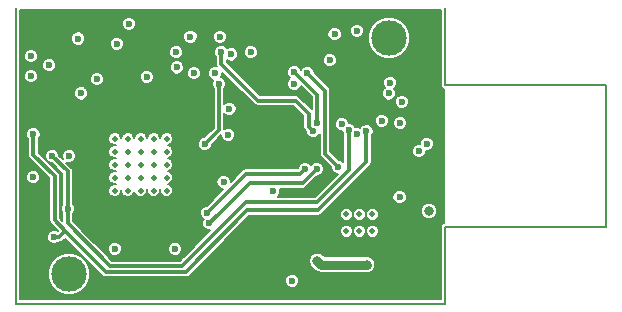
<source format=gbr>
G04 (created by PCBNEW (2013-05-16 BZR 4016)-stable) date 11. 1. 2014 1:24:09*
%MOIN*%
G04 Gerber Fmt 3.4, Leading zero omitted, Abs format*
%FSLAX34Y34*%
G01*
G70*
G90*
G04 APERTURE LIST*
%ADD10C,0.00590551*%
%ADD11C,0.11811*%
%ADD12C,0.023622*%
%ADD13C,0.0314961*%
%ADD14C,0.019685*%
%ADD15C,0.011811*%
%ADD16C,0.0314961*%
%ADD17C,0.00787402*%
G04 APERTURE END LIST*
G54D10*
X20795Y-20510D02*
X20795Y-10667D01*
X35106Y-13206D02*
X35106Y-10667D01*
X40480Y-13206D02*
X35106Y-13206D01*
X35106Y-17970D02*
X35106Y-20510D01*
X40480Y-17970D02*
X35106Y-17970D01*
X40480Y-13206D02*
X40480Y-17970D01*
X35106Y-20510D02*
X20795Y-20510D01*
G54D11*
X33236Y-11651D03*
X22566Y-19525D03*
G54D12*
X27566Y-13187D03*
X27094Y-15195D03*
X28629Y-12124D03*
X31267Y-12399D03*
X34495Y-15175D03*
X34239Y-15431D03*
X27173Y-17478D03*
X30440Y-16021D03*
X27251Y-17832D03*
X30834Y-16021D03*
X26621Y-11612D03*
X33236Y-13502D03*
X27606Y-11612D03*
X33275Y-13147D03*
X22881Y-11671D03*
X31425Y-11533D03*
X22980Y-13502D03*
X30086Y-13187D03*
X30519Y-12832D03*
X31543Y-15943D03*
X30086Y-12793D03*
X30834Y-14486D03*
X27448Y-12832D03*
X31661Y-14525D03*
X30716Y-14762D03*
X27645Y-12124D03*
X32173Y-14860D03*
X24161Y-11848D03*
X26149Y-12124D03*
X22015Y-15588D03*
X22527Y-17340D03*
X31897Y-14722D03*
X22075Y-18292D03*
X32487Y-14762D03*
X21387Y-14860D03*
X32999Y-14407D03*
X27921Y-14014D03*
X29377Y-16769D03*
X33590Y-16966D03*
G54D13*
X34574Y-17419D03*
G54D12*
X30015Y-19750D03*
X24101Y-18680D03*
X21385Y-16297D03*
X23505Y-13030D03*
X22575Y-15590D03*
X33610Y-14486D03*
X26110Y-18689D03*
X21917Y-12557D03*
X32173Y-11415D03*
X33669Y-13777D03*
X27724Y-16454D03*
X24574Y-11179D03*
X26169Y-12636D03*
X27980Y-12202D03*
X27881Y-14880D03*
G54D14*
X32684Y-17537D03*
X32684Y-18088D03*
X32251Y-18088D03*
X31818Y-18088D03*
X31818Y-17537D03*
X32251Y-17537D03*
G54D12*
X21306Y-12931D03*
X21306Y-12262D03*
G54D13*
X30845Y-19080D03*
X32505Y-19210D03*
G54D12*
X26739Y-12832D03*
X25165Y-12951D03*
G54D14*
X25401Y-15884D03*
X25834Y-15884D03*
X25834Y-15451D03*
X25834Y-15017D03*
X25401Y-15017D03*
X25401Y-15451D03*
X24968Y-15884D03*
X24958Y-15874D03*
X25391Y-16307D03*
X25824Y-16307D03*
X25824Y-16740D03*
X25391Y-16740D03*
X24958Y-16740D03*
X24958Y-16307D03*
X24535Y-15884D03*
X24102Y-15884D03*
X24102Y-16317D03*
X24102Y-16750D03*
X24535Y-16750D03*
X24535Y-16317D03*
X24968Y-15884D03*
X24968Y-15884D03*
X24535Y-15451D03*
X24102Y-15451D03*
X24102Y-15017D03*
X24535Y-15017D03*
X24968Y-15017D03*
X24968Y-15451D03*
G54D12*
X23566Y-18286D03*
X24204Y-13779D03*
X23570Y-12110D03*
X29180Y-11021D03*
X21485Y-17650D03*
X31779Y-11415D03*
X25480Y-18935D03*
X27054Y-12911D03*
X24889Y-12754D03*
G54D13*
X33649Y-18541D03*
G54D15*
X27566Y-14722D02*
X27566Y-13187D01*
X27094Y-15195D02*
X27566Y-14722D01*
X28472Y-16179D02*
X27173Y-17478D01*
X30283Y-16179D02*
X28472Y-16179D01*
X30440Y-16021D02*
X30283Y-16179D01*
X27566Y-17517D02*
X27251Y-17832D01*
X28590Y-16494D02*
X27566Y-17517D01*
X30362Y-16494D02*
X28590Y-16494D01*
X30834Y-16021D02*
X30362Y-16494D01*
X31543Y-15943D02*
X31110Y-15510D01*
X31110Y-15510D02*
X31110Y-13423D01*
X31110Y-13423D02*
X30519Y-12832D01*
X30086Y-12793D02*
X30834Y-13541D01*
X30834Y-13541D02*
X30834Y-14486D01*
X30125Y-13738D02*
X30558Y-14171D01*
X27645Y-12124D02*
X27645Y-12517D01*
X27645Y-12517D02*
X28865Y-13738D01*
X28865Y-13738D02*
X30125Y-13738D01*
X30558Y-14171D02*
X30558Y-14604D01*
X30558Y-14604D02*
X30716Y-14762D01*
X22527Y-16100D02*
X22015Y-15588D01*
X22527Y-17340D02*
X22527Y-16100D01*
X22527Y-17458D02*
X22527Y-17340D01*
X23944Y-19250D02*
X22527Y-17832D01*
X22527Y-17832D02*
X22527Y-17458D01*
X26346Y-19250D02*
X23944Y-19250D01*
X28472Y-17124D02*
X26346Y-19250D01*
X30834Y-17124D02*
X28472Y-17124D01*
X31897Y-16061D02*
X30834Y-17124D01*
X31897Y-15825D02*
X31897Y-16061D01*
X31897Y-15825D02*
X31897Y-15825D01*
X31897Y-14722D02*
X31897Y-15825D01*
X22075Y-18292D02*
X22249Y-18292D01*
X22249Y-18292D02*
X22450Y-18090D01*
X22094Y-17734D02*
X22094Y-16258D01*
X21385Y-14998D02*
X21385Y-14861D01*
X22094Y-16258D02*
X21385Y-15549D01*
X21385Y-15549D02*
X21385Y-14998D01*
X23806Y-19447D02*
X22450Y-18090D01*
X22450Y-18090D02*
X22094Y-17734D01*
X26464Y-19447D02*
X23806Y-19447D01*
X28511Y-17399D02*
X26464Y-19447D01*
X30873Y-17399D02*
X28511Y-17399D01*
X32487Y-15785D02*
X30873Y-17399D01*
X32487Y-14762D02*
X32487Y-15785D01*
X21385Y-14861D02*
X21387Y-14860D01*
G54D16*
X32505Y-19210D02*
X30975Y-19210D01*
X30975Y-19210D02*
X30845Y-19080D01*
G54D15*
X33649Y-18541D02*
X33669Y-18541D01*
G54D10*
G36*
X35066Y-17830D02*
X35049Y-17834D01*
X35001Y-17866D01*
X34969Y-17914D01*
X34958Y-17970D01*
X34958Y-20362D01*
X34850Y-20362D01*
X34850Y-17364D01*
X34808Y-17263D01*
X34732Y-17187D01*
X34732Y-15128D01*
X34696Y-15041D01*
X34629Y-14975D01*
X34543Y-14939D01*
X34449Y-14939D01*
X34362Y-14975D01*
X34295Y-15041D01*
X34259Y-15128D01*
X34259Y-15195D01*
X34193Y-15195D01*
X34106Y-15230D01*
X34039Y-15297D01*
X34003Y-15384D01*
X34003Y-15478D01*
X34039Y-15564D01*
X34105Y-15631D01*
X34192Y-15667D01*
X34286Y-15667D01*
X34373Y-15631D01*
X34440Y-15565D01*
X34476Y-15478D01*
X34476Y-15411D01*
X34542Y-15411D01*
X34629Y-15375D01*
X34696Y-15309D01*
X34732Y-15222D01*
X34732Y-15128D01*
X34732Y-17187D01*
X34730Y-17186D01*
X34629Y-17143D01*
X34520Y-17143D01*
X34418Y-17185D01*
X34341Y-17263D01*
X34299Y-17364D01*
X34298Y-17474D01*
X34340Y-17575D01*
X34418Y-17653D01*
X34519Y-17695D01*
X34629Y-17695D01*
X34730Y-17653D01*
X34808Y-17575D01*
X34850Y-17474D01*
X34850Y-17364D01*
X34850Y-20362D01*
X33944Y-20362D01*
X33944Y-11511D01*
X33837Y-11250D01*
X33637Y-11051D01*
X33377Y-10943D01*
X33095Y-10943D01*
X32835Y-11050D01*
X32635Y-11249D01*
X32527Y-11510D01*
X32527Y-11792D01*
X32634Y-12052D01*
X32834Y-12252D01*
X33094Y-12360D01*
X33376Y-12360D01*
X33636Y-12252D01*
X33836Y-12053D01*
X33944Y-11793D01*
X33944Y-11511D01*
X33944Y-20362D01*
X33905Y-20362D01*
X33905Y-13731D01*
X33869Y-13644D01*
X33803Y-13577D01*
X33716Y-13541D01*
X33622Y-13541D01*
X33535Y-13577D01*
X33511Y-13601D01*
X33511Y-13101D01*
X33475Y-13014D01*
X33409Y-12947D01*
X33322Y-12911D01*
X33228Y-12911D01*
X33141Y-12947D01*
X33075Y-13013D01*
X33039Y-13100D01*
X33039Y-13194D01*
X33075Y-13281D01*
X33098Y-13305D01*
X33035Y-13368D01*
X32999Y-13455D01*
X32999Y-13548D01*
X33035Y-13635D01*
X33102Y-13702D01*
X33188Y-13738D01*
X33282Y-13738D01*
X33369Y-13702D01*
X33436Y-13636D01*
X33472Y-13549D01*
X33472Y-13455D01*
X33436Y-13368D01*
X33412Y-13344D01*
X33475Y-13281D01*
X33511Y-13195D01*
X33511Y-13101D01*
X33511Y-13601D01*
X33468Y-13643D01*
X33432Y-13730D01*
X33432Y-13824D01*
X33468Y-13911D01*
X33535Y-13977D01*
X33621Y-14013D01*
X33715Y-14014D01*
X33802Y-13978D01*
X33869Y-13911D01*
X33905Y-13824D01*
X33905Y-13731D01*
X33905Y-20362D01*
X33846Y-20362D01*
X33846Y-14439D01*
X33810Y-14352D01*
X33744Y-14286D01*
X33657Y-14250D01*
X33563Y-14250D01*
X33476Y-14286D01*
X33409Y-14352D01*
X33373Y-14439D01*
X33373Y-14533D01*
X33409Y-14620D01*
X33476Y-14686D01*
X33562Y-14722D01*
X33656Y-14722D01*
X33743Y-14686D01*
X33810Y-14620D01*
X33846Y-14533D01*
X33846Y-14439D01*
X33846Y-20362D01*
X33826Y-20362D01*
X33826Y-16919D01*
X33790Y-16833D01*
X33724Y-16766D01*
X33637Y-16730D01*
X33543Y-16730D01*
X33456Y-16766D01*
X33390Y-16832D01*
X33354Y-16919D01*
X33354Y-17013D01*
X33389Y-17100D01*
X33456Y-17166D01*
X33543Y-17202D01*
X33637Y-17203D01*
X33723Y-17167D01*
X33790Y-17100D01*
X33826Y-17013D01*
X33826Y-16919D01*
X33826Y-20362D01*
X33236Y-20362D01*
X33236Y-14360D01*
X33200Y-14274D01*
X33133Y-14207D01*
X33046Y-14171D01*
X32953Y-14171D01*
X32866Y-14207D01*
X32799Y-14273D01*
X32763Y-14360D01*
X32763Y-14454D01*
X32799Y-14541D01*
X32865Y-14607D01*
X32952Y-14643D01*
X33046Y-14643D01*
X33133Y-14608D01*
X33199Y-14541D01*
X33235Y-14454D01*
X33236Y-14360D01*
X33236Y-20362D01*
X32901Y-20362D01*
X32901Y-18045D01*
X32901Y-17494D01*
X32868Y-17415D01*
X32807Y-17354D01*
X32728Y-17321D01*
X32724Y-17321D01*
X32724Y-14715D01*
X32688Y-14628D01*
X32621Y-14561D01*
X32535Y-14525D01*
X32441Y-14525D01*
X32409Y-14538D01*
X32409Y-11368D01*
X32373Y-11281D01*
X32307Y-11215D01*
X32220Y-11179D01*
X32126Y-11179D01*
X32039Y-11215D01*
X31972Y-11281D01*
X31936Y-11368D01*
X31936Y-11462D01*
X31972Y-11549D01*
X32039Y-11615D01*
X32125Y-11651D01*
X32219Y-11651D01*
X32306Y-11615D01*
X32373Y-11549D01*
X32409Y-11462D01*
X32409Y-11368D01*
X32409Y-14538D01*
X32354Y-14561D01*
X32287Y-14628D01*
X32279Y-14648D01*
X32220Y-14624D01*
X32126Y-14624D01*
X32114Y-14629D01*
X32097Y-14589D01*
X32031Y-14522D01*
X31944Y-14486D01*
X31897Y-14486D01*
X31897Y-14479D01*
X31861Y-14392D01*
X31795Y-14325D01*
X31708Y-14289D01*
X31661Y-14289D01*
X31661Y-11486D01*
X31625Y-11400D01*
X31558Y-11333D01*
X31472Y-11297D01*
X31378Y-11297D01*
X31291Y-11333D01*
X31224Y-11399D01*
X31188Y-11486D01*
X31188Y-11580D01*
X31224Y-11667D01*
X31291Y-11733D01*
X31377Y-11769D01*
X31471Y-11769D01*
X31558Y-11734D01*
X31625Y-11667D01*
X31661Y-11580D01*
X31661Y-11486D01*
X31661Y-14289D01*
X31614Y-14289D01*
X31527Y-14325D01*
X31503Y-14349D01*
X31503Y-12353D01*
X31467Y-12266D01*
X31401Y-12199D01*
X31314Y-12163D01*
X31220Y-12163D01*
X31133Y-12199D01*
X31067Y-12265D01*
X31031Y-12352D01*
X31031Y-12446D01*
X31067Y-12533D01*
X31133Y-12599D01*
X31220Y-12636D01*
X31314Y-12636D01*
X31401Y-12600D01*
X31467Y-12533D01*
X31503Y-12447D01*
X31503Y-12353D01*
X31503Y-14349D01*
X31461Y-14391D01*
X31425Y-14478D01*
X31424Y-14572D01*
X31460Y-14659D01*
X31527Y-14725D01*
X31614Y-14762D01*
X31661Y-14762D01*
X31661Y-14769D01*
X31697Y-14856D01*
X31720Y-14879D01*
X31720Y-15786D01*
X31677Y-15743D01*
X31590Y-15706D01*
X31557Y-15706D01*
X31287Y-15436D01*
X31287Y-13423D01*
X31273Y-13355D01*
X31235Y-13298D01*
X30755Y-12818D01*
X30755Y-12786D01*
X30719Y-12699D01*
X30653Y-12632D01*
X30566Y-12596D01*
X30472Y-12596D01*
X30385Y-12632D01*
X30319Y-12698D01*
X30311Y-12718D01*
X30286Y-12659D01*
X30220Y-12593D01*
X30133Y-12557D01*
X30039Y-12557D01*
X29952Y-12593D01*
X29886Y-12659D01*
X29850Y-12746D01*
X29850Y-12840D01*
X29886Y-12927D01*
X29949Y-12990D01*
X29886Y-13053D01*
X29850Y-13140D01*
X29850Y-13234D01*
X29886Y-13320D01*
X29952Y-13387D01*
X30039Y-13423D01*
X30133Y-13423D01*
X30220Y-13387D01*
X30286Y-13321D01*
X30309Y-13266D01*
X30657Y-13614D01*
X30657Y-14019D01*
X30251Y-13613D01*
X30193Y-13574D01*
X30125Y-13561D01*
X28939Y-13561D01*
X28865Y-13487D01*
X28865Y-12077D01*
X28830Y-11990D01*
X28763Y-11924D01*
X28676Y-11888D01*
X28582Y-11887D01*
X28496Y-11923D01*
X28429Y-11990D01*
X28393Y-12077D01*
X28393Y-12171D01*
X28429Y-12257D01*
X28495Y-12324D01*
X28582Y-12360D01*
X28676Y-12360D01*
X28763Y-12324D01*
X28829Y-12258D01*
X28865Y-12171D01*
X28865Y-12077D01*
X28865Y-13487D01*
X27822Y-12444D01*
X27822Y-12379D01*
X27846Y-12403D01*
X27932Y-12439D01*
X28026Y-12439D01*
X28113Y-12403D01*
X28180Y-12336D01*
X28216Y-12250D01*
X28216Y-12156D01*
X28180Y-12069D01*
X28114Y-12002D01*
X28027Y-11966D01*
X27933Y-11966D01*
X27850Y-12001D01*
X27845Y-11990D01*
X27842Y-11987D01*
X27842Y-11565D01*
X27806Y-11478D01*
X27740Y-11412D01*
X27653Y-11376D01*
X27559Y-11376D01*
X27472Y-11412D01*
X27405Y-11478D01*
X27369Y-11565D01*
X27369Y-11659D01*
X27405Y-11746D01*
X27472Y-11812D01*
X27558Y-11848D01*
X27652Y-11848D01*
X27739Y-11812D01*
X27806Y-11746D01*
X27842Y-11659D01*
X27842Y-11565D01*
X27842Y-11987D01*
X27779Y-11924D01*
X27692Y-11888D01*
X27598Y-11887D01*
X27511Y-11923D01*
X27445Y-11990D01*
X27409Y-12077D01*
X27409Y-12171D01*
X27445Y-12257D01*
X27468Y-12281D01*
X27468Y-12517D01*
X27481Y-12585D01*
X27489Y-12596D01*
X27401Y-12596D01*
X27314Y-12632D01*
X27248Y-12698D01*
X27212Y-12785D01*
X27212Y-12879D01*
X27248Y-12966D01*
X27314Y-13033D01*
X27366Y-13054D01*
X27330Y-13140D01*
X27330Y-13234D01*
X27366Y-13320D01*
X27389Y-13344D01*
X27389Y-14649D01*
X27079Y-14958D01*
X27047Y-14958D01*
X26976Y-14988D01*
X26976Y-12786D01*
X26940Y-12699D01*
X26873Y-12632D01*
X26858Y-12626D01*
X26858Y-11565D01*
X26822Y-11478D01*
X26755Y-11412D01*
X26669Y-11376D01*
X26575Y-11376D01*
X26488Y-11412D01*
X26421Y-11478D01*
X26385Y-11565D01*
X26385Y-11659D01*
X26421Y-11746D01*
X26487Y-11812D01*
X26574Y-11848D01*
X26668Y-11848D01*
X26755Y-11812D01*
X26821Y-11746D01*
X26858Y-11659D01*
X26858Y-11565D01*
X26858Y-12626D01*
X26787Y-12596D01*
X26693Y-12596D01*
X26606Y-12632D01*
X26539Y-12698D01*
X26503Y-12785D01*
X26503Y-12879D01*
X26539Y-12966D01*
X26605Y-13033D01*
X26692Y-13069D01*
X26786Y-13069D01*
X26873Y-13033D01*
X26940Y-12966D01*
X26976Y-12880D01*
X26976Y-12786D01*
X26976Y-14988D01*
X26960Y-14994D01*
X26894Y-15061D01*
X26858Y-15147D01*
X26858Y-15241D01*
X26893Y-15328D01*
X26960Y-15395D01*
X27047Y-15431D01*
X27141Y-15431D01*
X27227Y-15395D01*
X27294Y-15329D01*
X27330Y-15242D01*
X27330Y-15209D01*
X27645Y-14894D01*
X27645Y-14926D01*
X27681Y-15013D01*
X27747Y-15080D01*
X27834Y-15116D01*
X27928Y-15116D01*
X28015Y-15080D01*
X28081Y-15014D01*
X28117Y-14927D01*
X28117Y-14833D01*
X28082Y-14746D01*
X28015Y-14680D01*
X27928Y-14643D01*
X27834Y-14643D01*
X27748Y-14679D01*
X27743Y-14683D01*
X27743Y-14170D01*
X27787Y-14214D01*
X27873Y-14250D01*
X27967Y-14250D01*
X28054Y-14214D01*
X28121Y-14147D01*
X28157Y-14061D01*
X28157Y-13967D01*
X28121Y-13880D01*
X28055Y-13813D01*
X27968Y-13777D01*
X27874Y-13777D01*
X27787Y-13813D01*
X27743Y-13857D01*
X27743Y-13344D01*
X27766Y-13321D01*
X27802Y-13234D01*
X27802Y-13140D01*
X27767Y-13053D01*
X27700Y-12987D01*
X27649Y-12965D01*
X27684Y-12880D01*
X27684Y-12807D01*
X28740Y-13863D01*
X28798Y-13902D01*
X28798Y-13902D01*
X28865Y-13915D01*
X30052Y-13915D01*
X30381Y-14244D01*
X30381Y-14604D01*
X30395Y-14672D01*
X30433Y-14729D01*
X30480Y-14776D01*
X30480Y-14808D01*
X30515Y-14895D01*
X30582Y-14962D01*
X30669Y-14998D01*
X30763Y-14998D01*
X30849Y-14962D01*
X30916Y-14896D01*
X30932Y-14856D01*
X30932Y-15510D01*
X30946Y-15577D01*
X30984Y-15635D01*
X31306Y-15957D01*
X31306Y-15989D01*
X31342Y-16076D01*
X31409Y-16143D01*
X31495Y-16179D01*
X31528Y-16179D01*
X30761Y-16947D01*
X29534Y-16947D01*
X29577Y-16903D01*
X29613Y-16817D01*
X29614Y-16723D01*
X29592Y-16671D01*
X30362Y-16671D01*
X30429Y-16658D01*
X30429Y-16658D01*
X30487Y-16619D01*
X30848Y-16258D01*
X30881Y-16258D01*
X30968Y-16222D01*
X31034Y-16155D01*
X31070Y-16069D01*
X31070Y-15975D01*
X31034Y-15888D01*
X30968Y-15821D01*
X30881Y-15785D01*
X30787Y-15785D01*
X30700Y-15821D01*
X30637Y-15884D01*
X30574Y-15821D01*
X30487Y-15785D01*
X30393Y-15785D01*
X30307Y-15821D01*
X30240Y-15887D01*
X30204Y-15974D01*
X30204Y-16002D01*
X28472Y-16002D01*
X28404Y-16015D01*
X28346Y-16054D01*
X27960Y-16440D01*
X27960Y-16408D01*
X27924Y-16321D01*
X27858Y-16254D01*
X27771Y-16218D01*
X27677Y-16218D01*
X27590Y-16254D01*
X27524Y-16320D01*
X27488Y-16407D01*
X27487Y-16501D01*
X27523Y-16588D01*
X27590Y-16655D01*
X27677Y-16691D01*
X27709Y-16691D01*
X27158Y-17242D01*
X27126Y-17242D01*
X27039Y-17278D01*
X26972Y-17344D01*
X26936Y-17431D01*
X26936Y-17525D01*
X26972Y-17612D01*
X27039Y-17678D01*
X27062Y-17688D01*
X27051Y-17698D01*
X27015Y-17785D01*
X27015Y-17879D01*
X27051Y-17966D01*
X27117Y-18033D01*
X27204Y-18069D01*
X27276Y-18069D01*
X26405Y-18940D01*
X26405Y-12589D01*
X26385Y-12541D01*
X26385Y-12077D01*
X26349Y-11990D01*
X26283Y-11924D01*
X26196Y-11888D01*
X26102Y-11887D01*
X26015Y-11923D01*
X25949Y-11990D01*
X25913Y-12077D01*
X25913Y-12171D01*
X25949Y-12257D01*
X26015Y-12324D01*
X26102Y-12360D01*
X26196Y-12360D01*
X26283Y-12324D01*
X26349Y-12258D01*
X26385Y-12171D01*
X26385Y-12077D01*
X26385Y-12541D01*
X26369Y-12502D01*
X26303Y-12435D01*
X26216Y-12399D01*
X26122Y-12399D01*
X26035Y-12435D01*
X25968Y-12502D01*
X25932Y-12588D01*
X25932Y-12682D01*
X25968Y-12769D01*
X26035Y-12836D01*
X26121Y-12872D01*
X26215Y-12872D01*
X26302Y-12836D01*
X26369Y-12770D01*
X26405Y-12683D01*
X26405Y-12589D01*
X26405Y-18940D01*
X26346Y-18999D01*
X26346Y-18642D01*
X26310Y-18555D01*
X26244Y-18489D01*
X26157Y-18453D01*
X26063Y-18452D01*
X26051Y-18458D01*
X26051Y-15841D01*
X26018Y-15761D01*
X25957Y-15700D01*
X25877Y-15667D01*
X25877Y-15667D01*
X25956Y-15634D01*
X26017Y-15573D01*
X26050Y-15494D01*
X26051Y-15408D01*
X26018Y-15328D01*
X25957Y-15267D01*
X25877Y-15234D01*
X25877Y-15234D01*
X25956Y-15201D01*
X26017Y-15140D01*
X26050Y-15061D01*
X26051Y-14975D01*
X26018Y-14895D01*
X25957Y-14834D01*
X25877Y-14801D01*
X25791Y-14801D01*
X25711Y-14834D01*
X25650Y-14895D01*
X25617Y-14974D01*
X25617Y-14975D01*
X25585Y-14895D01*
X25524Y-14834D01*
X25444Y-14801D01*
X25401Y-14801D01*
X25401Y-12904D01*
X25365Y-12817D01*
X25299Y-12750D01*
X25212Y-12714D01*
X25118Y-12714D01*
X25031Y-12750D01*
X24965Y-12817D01*
X24928Y-12903D01*
X24928Y-12997D01*
X24964Y-13084D01*
X25031Y-13151D01*
X25117Y-13187D01*
X25211Y-13187D01*
X25298Y-13151D01*
X25365Y-13085D01*
X25401Y-12998D01*
X25401Y-12904D01*
X25401Y-14801D01*
X25358Y-14801D01*
X25278Y-14834D01*
X25217Y-14895D01*
X25184Y-14974D01*
X25184Y-14975D01*
X25151Y-14895D01*
X25091Y-14834D01*
X25011Y-14801D01*
X24925Y-14801D01*
X24845Y-14834D01*
X24810Y-14869D01*
X24810Y-11132D01*
X24774Y-11045D01*
X24708Y-10979D01*
X24621Y-10943D01*
X24527Y-10943D01*
X24440Y-10978D01*
X24374Y-11045D01*
X24338Y-11132D01*
X24338Y-11226D01*
X24374Y-11313D01*
X24440Y-11379D01*
X24527Y-11415D01*
X24621Y-11415D01*
X24708Y-11379D01*
X24774Y-11313D01*
X24810Y-11226D01*
X24810Y-11132D01*
X24810Y-14869D01*
X24784Y-14895D01*
X24751Y-14974D01*
X24751Y-14975D01*
X24718Y-14895D01*
X24658Y-14834D01*
X24578Y-14801D01*
X24492Y-14801D01*
X24412Y-14834D01*
X24397Y-14849D01*
X24397Y-11801D01*
X24361Y-11715D01*
X24295Y-11648D01*
X24208Y-11612D01*
X24114Y-11612D01*
X24027Y-11648D01*
X23961Y-11714D01*
X23925Y-11801D01*
X23924Y-11895D01*
X23960Y-11982D01*
X24027Y-12048D01*
X24114Y-12084D01*
X24208Y-12084D01*
X24294Y-12049D01*
X24361Y-11982D01*
X24397Y-11895D01*
X24397Y-11801D01*
X24397Y-14849D01*
X24351Y-14895D01*
X24318Y-14974D01*
X24318Y-14975D01*
X24285Y-14895D01*
X24224Y-14834D01*
X24145Y-14801D01*
X24059Y-14801D01*
X23979Y-14834D01*
X23918Y-14895D01*
X23885Y-14974D01*
X23885Y-15060D01*
X23918Y-15140D01*
X23979Y-15201D01*
X24058Y-15234D01*
X24145Y-15234D01*
X24059Y-15234D01*
X23979Y-15267D01*
X23918Y-15328D01*
X23885Y-15407D01*
X23885Y-15493D01*
X23918Y-15573D01*
X23979Y-15634D01*
X24058Y-15667D01*
X24145Y-15667D01*
X24059Y-15667D01*
X23979Y-15700D01*
X23918Y-15761D01*
X23885Y-15840D01*
X23885Y-15926D01*
X23918Y-16006D01*
X23979Y-16067D01*
X24058Y-16100D01*
X24145Y-16100D01*
X24059Y-16100D01*
X23979Y-16133D01*
X23918Y-16194D01*
X23885Y-16273D01*
X23885Y-16360D01*
X23918Y-16439D01*
X23979Y-16500D01*
X24058Y-16533D01*
X24145Y-16533D01*
X24059Y-16533D01*
X23979Y-16566D01*
X23918Y-16627D01*
X23885Y-16706D01*
X23885Y-16793D01*
X23918Y-16872D01*
X23979Y-16933D01*
X24058Y-16966D01*
X24145Y-16966D01*
X24224Y-16933D01*
X24285Y-16873D01*
X24318Y-16793D01*
X24318Y-16707D01*
X24318Y-16793D01*
X24351Y-16872D01*
X24412Y-16933D01*
X24491Y-16966D01*
X24578Y-16966D01*
X24657Y-16933D01*
X24718Y-16873D01*
X24748Y-16800D01*
X24774Y-16862D01*
X24835Y-16923D01*
X24915Y-16956D01*
X25001Y-16956D01*
X25080Y-16924D01*
X25141Y-16863D01*
X25174Y-16783D01*
X25175Y-16697D01*
X25174Y-16783D01*
X25207Y-16862D01*
X25268Y-16923D01*
X25348Y-16956D01*
X25434Y-16956D01*
X25514Y-16924D01*
X25574Y-16863D01*
X25608Y-16783D01*
X25608Y-16697D01*
X25608Y-16783D01*
X25640Y-16862D01*
X25701Y-16923D01*
X25781Y-16956D01*
X25867Y-16956D01*
X25947Y-16924D01*
X26008Y-16863D01*
X26041Y-16783D01*
X26041Y-16697D01*
X26008Y-16617D01*
X25947Y-16556D01*
X25867Y-16523D01*
X25867Y-16523D01*
X25947Y-16490D01*
X26008Y-16430D01*
X26041Y-16350D01*
X26041Y-16264D01*
X26008Y-16184D01*
X25947Y-16123D01*
X25884Y-16097D01*
X25956Y-16067D01*
X26017Y-16006D01*
X26050Y-15927D01*
X26051Y-15841D01*
X26051Y-18458D01*
X25976Y-18488D01*
X25909Y-18555D01*
X25873Y-18642D01*
X25873Y-18735D01*
X25909Y-18822D01*
X25976Y-18889D01*
X26062Y-18925D01*
X26156Y-18925D01*
X26243Y-18889D01*
X26310Y-18823D01*
X26346Y-18736D01*
X26346Y-18642D01*
X26346Y-18999D01*
X26272Y-19073D01*
X24337Y-19073D01*
X24337Y-18633D01*
X24301Y-18546D01*
X24234Y-18479D01*
X24148Y-18443D01*
X24054Y-18443D01*
X23967Y-18479D01*
X23900Y-18546D01*
X23864Y-18632D01*
X23864Y-18726D01*
X23900Y-18813D01*
X23967Y-18880D01*
X24053Y-18916D01*
X24147Y-18916D01*
X24234Y-18880D01*
X24301Y-18813D01*
X24337Y-18727D01*
X24337Y-18633D01*
X24337Y-19073D01*
X24018Y-19073D01*
X23741Y-18796D01*
X23741Y-12983D01*
X23705Y-12896D01*
X23638Y-12829D01*
X23552Y-12793D01*
X23458Y-12793D01*
X23371Y-12829D01*
X23304Y-12896D01*
X23268Y-12982D01*
X23268Y-13076D01*
X23304Y-13163D01*
X23371Y-13230D01*
X23457Y-13266D01*
X23551Y-13266D01*
X23638Y-13230D01*
X23705Y-13163D01*
X23741Y-13077D01*
X23741Y-12983D01*
X23741Y-18796D01*
X23216Y-18271D01*
X23216Y-13455D01*
X23180Y-13368D01*
X23117Y-13305D01*
X23117Y-11624D01*
X23082Y-11537D01*
X23015Y-11471D01*
X22928Y-11435D01*
X22834Y-11435D01*
X22748Y-11471D01*
X22681Y-11537D01*
X22645Y-11624D01*
X22645Y-11718D01*
X22681Y-11805D01*
X22747Y-11871D01*
X22834Y-11907D01*
X22928Y-11907D01*
X23015Y-11871D01*
X23081Y-11805D01*
X23117Y-11718D01*
X23117Y-11624D01*
X23117Y-13305D01*
X23114Y-13302D01*
X23027Y-13266D01*
X22933Y-13265D01*
X22846Y-13301D01*
X22779Y-13368D01*
X22743Y-13455D01*
X22743Y-13548D01*
X22779Y-13635D01*
X22846Y-13702D01*
X22932Y-13738D01*
X23026Y-13738D01*
X23113Y-13702D01*
X23180Y-13636D01*
X23216Y-13549D01*
X23216Y-13455D01*
X23216Y-18271D01*
X22704Y-17759D01*
X22704Y-17497D01*
X22727Y-17474D01*
X22763Y-17387D01*
X22763Y-17294D01*
X22727Y-17207D01*
X22704Y-17183D01*
X22704Y-16100D01*
X22691Y-16032D01*
X22652Y-15975D01*
X22486Y-15808D01*
X22527Y-15826D01*
X22621Y-15826D01*
X22708Y-15790D01*
X22775Y-15723D01*
X22811Y-15637D01*
X22811Y-15543D01*
X22775Y-15456D01*
X22708Y-15389D01*
X22622Y-15353D01*
X22528Y-15353D01*
X22441Y-15389D01*
X22374Y-15456D01*
X22338Y-15542D01*
X22338Y-15636D01*
X22356Y-15678D01*
X22251Y-15574D01*
X22251Y-15542D01*
X22215Y-15455D01*
X22153Y-15392D01*
X22153Y-12510D01*
X22117Y-12423D01*
X22051Y-12357D01*
X21964Y-12321D01*
X21870Y-12321D01*
X21783Y-12356D01*
X21716Y-12423D01*
X21680Y-12510D01*
X21680Y-12604D01*
X21716Y-12690D01*
X21783Y-12757D01*
X21869Y-12793D01*
X21963Y-12793D01*
X22050Y-12757D01*
X22117Y-12691D01*
X22153Y-12604D01*
X22153Y-12510D01*
X22153Y-15392D01*
X22149Y-15388D01*
X22062Y-15352D01*
X21968Y-15352D01*
X21881Y-15388D01*
X21815Y-15454D01*
X21779Y-15541D01*
X21779Y-15635D01*
X21815Y-15722D01*
X21881Y-15788D01*
X21968Y-15824D01*
X22001Y-15825D01*
X22350Y-16174D01*
X22350Y-17183D01*
X22327Y-17206D01*
X22291Y-17293D01*
X22291Y-17387D01*
X22326Y-17474D01*
X22350Y-17497D01*
X22350Y-17739D01*
X22271Y-17661D01*
X22271Y-16258D01*
X22257Y-16190D01*
X22219Y-16132D01*
X21562Y-15476D01*
X21562Y-15018D01*
X21587Y-14993D01*
X21623Y-14907D01*
X21623Y-14813D01*
X21587Y-14726D01*
X21543Y-14682D01*
X21543Y-12884D01*
X21543Y-12215D01*
X21507Y-12128D01*
X21440Y-12061D01*
X21354Y-12025D01*
X21260Y-12025D01*
X21173Y-12061D01*
X21106Y-12128D01*
X21070Y-12214D01*
X21070Y-12308D01*
X21106Y-12395D01*
X21172Y-12462D01*
X21259Y-12498D01*
X21353Y-12498D01*
X21440Y-12462D01*
X21507Y-12396D01*
X21543Y-12309D01*
X21543Y-12215D01*
X21543Y-12884D01*
X21507Y-12797D01*
X21440Y-12731D01*
X21354Y-12695D01*
X21260Y-12695D01*
X21173Y-12730D01*
X21106Y-12797D01*
X21070Y-12884D01*
X21070Y-12978D01*
X21106Y-13064D01*
X21172Y-13131D01*
X21259Y-13167D01*
X21353Y-13167D01*
X21440Y-13131D01*
X21507Y-13065D01*
X21543Y-12978D01*
X21543Y-12884D01*
X21543Y-14682D01*
X21520Y-14659D01*
X21434Y-14623D01*
X21340Y-14623D01*
X21253Y-14659D01*
X21186Y-14726D01*
X21150Y-14812D01*
X21150Y-14906D01*
X21186Y-14993D01*
X21208Y-15015D01*
X21208Y-15549D01*
X21221Y-15617D01*
X21260Y-15674D01*
X21917Y-16331D01*
X21917Y-17734D01*
X21930Y-17802D01*
X21969Y-17859D01*
X22195Y-18086D01*
X22122Y-18055D01*
X22028Y-18055D01*
X21941Y-18091D01*
X21874Y-18158D01*
X21838Y-18244D01*
X21838Y-18338D01*
X21874Y-18425D01*
X21941Y-18492D01*
X22027Y-18528D01*
X22121Y-18528D01*
X22208Y-18492D01*
X22231Y-18469D01*
X22249Y-18469D01*
X22316Y-18455D01*
X22316Y-18455D01*
X22374Y-18417D01*
X22450Y-18341D01*
X23681Y-19572D01*
X23739Y-19610D01*
X23806Y-19624D01*
X26464Y-19624D01*
X26532Y-19610D01*
X26532Y-19610D01*
X26589Y-19572D01*
X28584Y-17577D01*
X30873Y-17577D01*
X30941Y-17563D01*
X30941Y-17563D01*
X30999Y-17525D01*
X32613Y-15910D01*
X32651Y-15853D01*
X32665Y-15785D01*
X32665Y-15785D01*
X32665Y-14918D01*
X32688Y-14896D01*
X32724Y-14809D01*
X32724Y-14715D01*
X32724Y-17321D01*
X32641Y-17321D01*
X32562Y-17353D01*
X32501Y-17414D01*
X32468Y-17494D01*
X32468Y-17494D01*
X32435Y-17415D01*
X32374Y-17354D01*
X32295Y-17321D01*
X32208Y-17321D01*
X32129Y-17353D01*
X32068Y-17414D01*
X32035Y-17494D01*
X32035Y-17494D01*
X32002Y-17415D01*
X31941Y-17354D01*
X31861Y-17321D01*
X31775Y-17321D01*
X31696Y-17353D01*
X31635Y-17414D01*
X31602Y-17494D01*
X31602Y-17580D01*
X31635Y-17660D01*
X31695Y-17721D01*
X31775Y-17754D01*
X31861Y-17754D01*
X31941Y-17721D01*
X32002Y-17660D01*
X32035Y-17580D01*
X32035Y-17494D01*
X32035Y-17580D01*
X32068Y-17660D01*
X32128Y-17721D01*
X32208Y-17754D01*
X32294Y-17754D01*
X32374Y-17721D01*
X32435Y-17660D01*
X32468Y-17580D01*
X32468Y-17494D01*
X32468Y-17580D01*
X32501Y-17660D01*
X32562Y-17721D01*
X32641Y-17754D01*
X32727Y-17754D01*
X32807Y-17721D01*
X32868Y-17660D01*
X32901Y-17580D01*
X32901Y-17494D01*
X32901Y-18045D01*
X32868Y-17966D01*
X32807Y-17905D01*
X32728Y-17872D01*
X32641Y-17872D01*
X32562Y-17905D01*
X32501Y-17966D01*
X32468Y-18045D01*
X32468Y-18045D01*
X32435Y-17966D01*
X32374Y-17905D01*
X32295Y-17872D01*
X32208Y-17872D01*
X32129Y-17905D01*
X32068Y-17966D01*
X32035Y-18045D01*
X32035Y-18045D01*
X32002Y-17966D01*
X31941Y-17905D01*
X31861Y-17872D01*
X31775Y-17872D01*
X31696Y-17905D01*
X31635Y-17966D01*
X31602Y-18045D01*
X31602Y-18131D01*
X31635Y-18211D01*
X31695Y-18272D01*
X31775Y-18305D01*
X31861Y-18305D01*
X31941Y-18272D01*
X32002Y-18211D01*
X32035Y-18132D01*
X32035Y-18045D01*
X32035Y-18131D01*
X32068Y-18211D01*
X32128Y-18272D01*
X32208Y-18305D01*
X32294Y-18305D01*
X32374Y-18272D01*
X32435Y-18211D01*
X32468Y-18132D01*
X32468Y-18045D01*
X32468Y-18131D01*
X32501Y-18211D01*
X32562Y-18272D01*
X32641Y-18305D01*
X32727Y-18305D01*
X32807Y-18272D01*
X32868Y-18211D01*
X32901Y-18132D01*
X32901Y-18045D01*
X32901Y-20362D01*
X32780Y-20362D01*
X32780Y-19155D01*
X32759Y-19104D01*
X32759Y-19104D01*
X32738Y-19054D01*
X32699Y-19015D01*
X32699Y-19015D01*
X32661Y-18976D01*
X32610Y-18955D01*
X32560Y-18934D01*
X32450Y-18934D01*
X32450Y-18934D01*
X31089Y-18934D01*
X31039Y-18885D01*
X31039Y-18885D01*
X31001Y-18846D01*
X30950Y-18825D01*
X30950Y-18825D01*
X30950Y-18825D01*
X30900Y-18804D01*
X30790Y-18804D01*
X30739Y-18825D01*
X30739Y-18825D01*
X30739Y-18825D01*
X30689Y-18846D01*
X30650Y-18885D01*
X30650Y-18885D01*
X30650Y-18885D01*
X30611Y-18923D01*
X30590Y-18974D01*
X30590Y-18974D01*
X30590Y-18974D01*
X30569Y-19024D01*
X30569Y-19134D01*
X30590Y-19185D01*
X30590Y-19185D01*
X30590Y-19185D01*
X30611Y-19235D01*
X30650Y-19274D01*
X30650Y-19274D01*
X30650Y-19274D01*
X30688Y-19313D01*
X30688Y-19313D01*
X30780Y-19404D01*
X30869Y-19464D01*
X30869Y-19464D01*
X30975Y-19485D01*
X32504Y-19485D01*
X32505Y-19485D01*
X32559Y-19485D01*
X32610Y-19464D01*
X32610Y-19464D01*
X32610Y-19464D01*
X32660Y-19443D01*
X32699Y-19404D01*
X32699Y-19404D01*
X32699Y-19404D01*
X32738Y-19366D01*
X32759Y-19315D01*
X32780Y-19265D01*
X32780Y-19210D01*
X32780Y-19155D01*
X32780Y-20362D01*
X30251Y-20362D01*
X30251Y-19703D01*
X30215Y-19616D01*
X30148Y-19549D01*
X30062Y-19513D01*
X29968Y-19513D01*
X29881Y-19549D01*
X29814Y-19616D01*
X29778Y-19702D01*
X29778Y-19796D01*
X29814Y-19883D01*
X29881Y-19950D01*
X29967Y-19986D01*
X30061Y-19986D01*
X30148Y-19950D01*
X30215Y-19883D01*
X30251Y-19797D01*
X30251Y-19703D01*
X30251Y-20362D01*
X23275Y-20362D01*
X23275Y-19385D01*
X23167Y-19124D01*
X22968Y-18925D01*
X22708Y-18817D01*
X22426Y-18817D01*
X22165Y-18924D01*
X21966Y-19123D01*
X21858Y-19384D01*
X21857Y-19666D01*
X21965Y-19926D01*
X22164Y-20126D01*
X22425Y-20234D01*
X22707Y-20234D01*
X22967Y-20126D01*
X23167Y-19927D01*
X23275Y-19667D01*
X23275Y-19385D01*
X23275Y-20362D01*
X21621Y-20362D01*
X21621Y-16250D01*
X21585Y-16163D01*
X21518Y-16096D01*
X21432Y-16060D01*
X21338Y-16060D01*
X21251Y-16096D01*
X21184Y-16163D01*
X21148Y-16249D01*
X21148Y-16343D01*
X21184Y-16430D01*
X21251Y-16497D01*
X21337Y-16533D01*
X21431Y-16533D01*
X21518Y-16497D01*
X21585Y-16430D01*
X21621Y-16344D01*
X21621Y-16250D01*
X21621Y-20362D01*
X20942Y-20362D01*
X20942Y-10706D01*
X34958Y-10706D01*
X34958Y-13206D01*
X34969Y-13263D01*
X35001Y-13311D01*
X35049Y-13343D01*
X35066Y-13346D01*
X35066Y-17830D01*
X35066Y-17830D01*
G37*
G54D17*
X35066Y-17830D02*
X35049Y-17834D01*
X35001Y-17866D01*
X34969Y-17914D01*
X34958Y-17970D01*
X34958Y-20362D01*
X34850Y-20362D01*
X34850Y-17364D01*
X34808Y-17263D01*
X34732Y-17187D01*
X34732Y-15128D01*
X34696Y-15041D01*
X34629Y-14975D01*
X34543Y-14939D01*
X34449Y-14939D01*
X34362Y-14975D01*
X34295Y-15041D01*
X34259Y-15128D01*
X34259Y-15195D01*
X34193Y-15195D01*
X34106Y-15230D01*
X34039Y-15297D01*
X34003Y-15384D01*
X34003Y-15478D01*
X34039Y-15564D01*
X34105Y-15631D01*
X34192Y-15667D01*
X34286Y-15667D01*
X34373Y-15631D01*
X34440Y-15565D01*
X34476Y-15478D01*
X34476Y-15411D01*
X34542Y-15411D01*
X34629Y-15375D01*
X34696Y-15309D01*
X34732Y-15222D01*
X34732Y-15128D01*
X34732Y-17187D01*
X34730Y-17186D01*
X34629Y-17143D01*
X34520Y-17143D01*
X34418Y-17185D01*
X34341Y-17263D01*
X34299Y-17364D01*
X34298Y-17474D01*
X34340Y-17575D01*
X34418Y-17653D01*
X34519Y-17695D01*
X34629Y-17695D01*
X34730Y-17653D01*
X34808Y-17575D01*
X34850Y-17474D01*
X34850Y-17364D01*
X34850Y-20362D01*
X33944Y-20362D01*
X33944Y-11511D01*
X33837Y-11250D01*
X33637Y-11051D01*
X33377Y-10943D01*
X33095Y-10943D01*
X32835Y-11050D01*
X32635Y-11249D01*
X32527Y-11510D01*
X32527Y-11792D01*
X32634Y-12052D01*
X32834Y-12252D01*
X33094Y-12360D01*
X33376Y-12360D01*
X33636Y-12252D01*
X33836Y-12053D01*
X33944Y-11793D01*
X33944Y-11511D01*
X33944Y-20362D01*
X33905Y-20362D01*
X33905Y-13731D01*
X33869Y-13644D01*
X33803Y-13577D01*
X33716Y-13541D01*
X33622Y-13541D01*
X33535Y-13577D01*
X33511Y-13601D01*
X33511Y-13101D01*
X33475Y-13014D01*
X33409Y-12947D01*
X33322Y-12911D01*
X33228Y-12911D01*
X33141Y-12947D01*
X33075Y-13013D01*
X33039Y-13100D01*
X33039Y-13194D01*
X33075Y-13281D01*
X33098Y-13305D01*
X33035Y-13368D01*
X32999Y-13455D01*
X32999Y-13548D01*
X33035Y-13635D01*
X33102Y-13702D01*
X33188Y-13738D01*
X33282Y-13738D01*
X33369Y-13702D01*
X33436Y-13636D01*
X33472Y-13549D01*
X33472Y-13455D01*
X33436Y-13368D01*
X33412Y-13344D01*
X33475Y-13281D01*
X33511Y-13195D01*
X33511Y-13101D01*
X33511Y-13601D01*
X33468Y-13643D01*
X33432Y-13730D01*
X33432Y-13824D01*
X33468Y-13911D01*
X33535Y-13977D01*
X33621Y-14013D01*
X33715Y-14014D01*
X33802Y-13978D01*
X33869Y-13911D01*
X33905Y-13824D01*
X33905Y-13731D01*
X33905Y-20362D01*
X33846Y-20362D01*
X33846Y-14439D01*
X33810Y-14352D01*
X33744Y-14286D01*
X33657Y-14250D01*
X33563Y-14250D01*
X33476Y-14286D01*
X33409Y-14352D01*
X33373Y-14439D01*
X33373Y-14533D01*
X33409Y-14620D01*
X33476Y-14686D01*
X33562Y-14722D01*
X33656Y-14722D01*
X33743Y-14686D01*
X33810Y-14620D01*
X33846Y-14533D01*
X33846Y-14439D01*
X33846Y-20362D01*
X33826Y-20362D01*
X33826Y-16919D01*
X33790Y-16833D01*
X33724Y-16766D01*
X33637Y-16730D01*
X33543Y-16730D01*
X33456Y-16766D01*
X33390Y-16832D01*
X33354Y-16919D01*
X33354Y-17013D01*
X33389Y-17100D01*
X33456Y-17166D01*
X33543Y-17202D01*
X33637Y-17203D01*
X33723Y-17167D01*
X33790Y-17100D01*
X33826Y-17013D01*
X33826Y-16919D01*
X33826Y-20362D01*
X33236Y-20362D01*
X33236Y-14360D01*
X33200Y-14274D01*
X33133Y-14207D01*
X33046Y-14171D01*
X32953Y-14171D01*
X32866Y-14207D01*
X32799Y-14273D01*
X32763Y-14360D01*
X32763Y-14454D01*
X32799Y-14541D01*
X32865Y-14607D01*
X32952Y-14643D01*
X33046Y-14643D01*
X33133Y-14608D01*
X33199Y-14541D01*
X33235Y-14454D01*
X33236Y-14360D01*
X33236Y-20362D01*
X32901Y-20362D01*
X32901Y-18045D01*
X32901Y-17494D01*
X32868Y-17415D01*
X32807Y-17354D01*
X32728Y-17321D01*
X32724Y-17321D01*
X32724Y-14715D01*
X32688Y-14628D01*
X32621Y-14561D01*
X32535Y-14525D01*
X32441Y-14525D01*
X32409Y-14538D01*
X32409Y-11368D01*
X32373Y-11281D01*
X32307Y-11215D01*
X32220Y-11179D01*
X32126Y-11179D01*
X32039Y-11215D01*
X31972Y-11281D01*
X31936Y-11368D01*
X31936Y-11462D01*
X31972Y-11549D01*
X32039Y-11615D01*
X32125Y-11651D01*
X32219Y-11651D01*
X32306Y-11615D01*
X32373Y-11549D01*
X32409Y-11462D01*
X32409Y-11368D01*
X32409Y-14538D01*
X32354Y-14561D01*
X32287Y-14628D01*
X32279Y-14648D01*
X32220Y-14624D01*
X32126Y-14624D01*
X32114Y-14629D01*
X32097Y-14589D01*
X32031Y-14522D01*
X31944Y-14486D01*
X31897Y-14486D01*
X31897Y-14479D01*
X31861Y-14392D01*
X31795Y-14325D01*
X31708Y-14289D01*
X31661Y-14289D01*
X31661Y-11486D01*
X31625Y-11400D01*
X31558Y-11333D01*
X31472Y-11297D01*
X31378Y-11297D01*
X31291Y-11333D01*
X31224Y-11399D01*
X31188Y-11486D01*
X31188Y-11580D01*
X31224Y-11667D01*
X31291Y-11733D01*
X31377Y-11769D01*
X31471Y-11769D01*
X31558Y-11734D01*
X31625Y-11667D01*
X31661Y-11580D01*
X31661Y-11486D01*
X31661Y-14289D01*
X31614Y-14289D01*
X31527Y-14325D01*
X31503Y-14349D01*
X31503Y-12353D01*
X31467Y-12266D01*
X31401Y-12199D01*
X31314Y-12163D01*
X31220Y-12163D01*
X31133Y-12199D01*
X31067Y-12265D01*
X31031Y-12352D01*
X31031Y-12446D01*
X31067Y-12533D01*
X31133Y-12599D01*
X31220Y-12636D01*
X31314Y-12636D01*
X31401Y-12600D01*
X31467Y-12533D01*
X31503Y-12447D01*
X31503Y-12353D01*
X31503Y-14349D01*
X31461Y-14391D01*
X31425Y-14478D01*
X31424Y-14572D01*
X31460Y-14659D01*
X31527Y-14725D01*
X31614Y-14762D01*
X31661Y-14762D01*
X31661Y-14769D01*
X31697Y-14856D01*
X31720Y-14879D01*
X31720Y-15786D01*
X31677Y-15743D01*
X31590Y-15706D01*
X31557Y-15706D01*
X31287Y-15436D01*
X31287Y-13423D01*
X31273Y-13355D01*
X31235Y-13298D01*
X30755Y-12818D01*
X30755Y-12786D01*
X30719Y-12699D01*
X30653Y-12632D01*
X30566Y-12596D01*
X30472Y-12596D01*
X30385Y-12632D01*
X30319Y-12698D01*
X30311Y-12718D01*
X30286Y-12659D01*
X30220Y-12593D01*
X30133Y-12557D01*
X30039Y-12557D01*
X29952Y-12593D01*
X29886Y-12659D01*
X29850Y-12746D01*
X29850Y-12840D01*
X29886Y-12927D01*
X29949Y-12990D01*
X29886Y-13053D01*
X29850Y-13140D01*
X29850Y-13234D01*
X29886Y-13320D01*
X29952Y-13387D01*
X30039Y-13423D01*
X30133Y-13423D01*
X30220Y-13387D01*
X30286Y-13321D01*
X30309Y-13266D01*
X30657Y-13614D01*
X30657Y-14019D01*
X30251Y-13613D01*
X30193Y-13574D01*
X30125Y-13561D01*
X28939Y-13561D01*
X28865Y-13487D01*
X28865Y-12077D01*
X28830Y-11990D01*
X28763Y-11924D01*
X28676Y-11888D01*
X28582Y-11887D01*
X28496Y-11923D01*
X28429Y-11990D01*
X28393Y-12077D01*
X28393Y-12171D01*
X28429Y-12257D01*
X28495Y-12324D01*
X28582Y-12360D01*
X28676Y-12360D01*
X28763Y-12324D01*
X28829Y-12258D01*
X28865Y-12171D01*
X28865Y-12077D01*
X28865Y-13487D01*
X27822Y-12444D01*
X27822Y-12379D01*
X27846Y-12403D01*
X27932Y-12439D01*
X28026Y-12439D01*
X28113Y-12403D01*
X28180Y-12336D01*
X28216Y-12250D01*
X28216Y-12156D01*
X28180Y-12069D01*
X28114Y-12002D01*
X28027Y-11966D01*
X27933Y-11966D01*
X27850Y-12001D01*
X27845Y-11990D01*
X27842Y-11987D01*
X27842Y-11565D01*
X27806Y-11478D01*
X27740Y-11412D01*
X27653Y-11376D01*
X27559Y-11376D01*
X27472Y-11412D01*
X27405Y-11478D01*
X27369Y-11565D01*
X27369Y-11659D01*
X27405Y-11746D01*
X27472Y-11812D01*
X27558Y-11848D01*
X27652Y-11848D01*
X27739Y-11812D01*
X27806Y-11746D01*
X27842Y-11659D01*
X27842Y-11565D01*
X27842Y-11987D01*
X27779Y-11924D01*
X27692Y-11888D01*
X27598Y-11887D01*
X27511Y-11923D01*
X27445Y-11990D01*
X27409Y-12077D01*
X27409Y-12171D01*
X27445Y-12257D01*
X27468Y-12281D01*
X27468Y-12517D01*
X27481Y-12585D01*
X27489Y-12596D01*
X27401Y-12596D01*
X27314Y-12632D01*
X27248Y-12698D01*
X27212Y-12785D01*
X27212Y-12879D01*
X27248Y-12966D01*
X27314Y-13033D01*
X27366Y-13054D01*
X27330Y-13140D01*
X27330Y-13234D01*
X27366Y-13320D01*
X27389Y-13344D01*
X27389Y-14649D01*
X27079Y-14958D01*
X27047Y-14958D01*
X26976Y-14988D01*
X26976Y-12786D01*
X26940Y-12699D01*
X26873Y-12632D01*
X26858Y-12626D01*
X26858Y-11565D01*
X26822Y-11478D01*
X26755Y-11412D01*
X26669Y-11376D01*
X26575Y-11376D01*
X26488Y-11412D01*
X26421Y-11478D01*
X26385Y-11565D01*
X26385Y-11659D01*
X26421Y-11746D01*
X26487Y-11812D01*
X26574Y-11848D01*
X26668Y-11848D01*
X26755Y-11812D01*
X26821Y-11746D01*
X26858Y-11659D01*
X26858Y-11565D01*
X26858Y-12626D01*
X26787Y-12596D01*
X26693Y-12596D01*
X26606Y-12632D01*
X26539Y-12698D01*
X26503Y-12785D01*
X26503Y-12879D01*
X26539Y-12966D01*
X26605Y-13033D01*
X26692Y-13069D01*
X26786Y-13069D01*
X26873Y-13033D01*
X26940Y-12966D01*
X26976Y-12880D01*
X26976Y-12786D01*
X26976Y-14988D01*
X26960Y-14994D01*
X26894Y-15061D01*
X26858Y-15147D01*
X26858Y-15241D01*
X26893Y-15328D01*
X26960Y-15395D01*
X27047Y-15431D01*
X27141Y-15431D01*
X27227Y-15395D01*
X27294Y-15329D01*
X27330Y-15242D01*
X27330Y-15209D01*
X27645Y-14894D01*
X27645Y-14926D01*
X27681Y-15013D01*
X27747Y-15080D01*
X27834Y-15116D01*
X27928Y-15116D01*
X28015Y-15080D01*
X28081Y-15014D01*
X28117Y-14927D01*
X28117Y-14833D01*
X28082Y-14746D01*
X28015Y-14680D01*
X27928Y-14643D01*
X27834Y-14643D01*
X27748Y-14679D01*
X27743Y-14683D01*
X27743Y-14170D01*
X27787Y-14214D01*
X27873Y-14250D01*
X27967Y-14250D01*
X28054Y-14214D01*
X28121Y-14147D01*
X28157Y-14061D01*
X28157Y-13967D01*
X28121Y-13880D01*
X28055Y-13813D01*
X27968Y-13777D01*
X27874Y-13777D01*
X27787Y-13813D01*
X27743Y-13857D01*
X27743Y-13344D01*
X27766Y-13321D01*
X27802Y-13234D01*
X27802Y-13140D01*
X27767Y-13053D01*
X27700Y-12987D01*
X27649Y-12965D01*
X27684Y-12880D01*
X27684Y-12807D01*
X28740Y-13863D01*
X28798Y-13902D01*
X28798Y-13902D01*
X28865Y-13915D01*
X30052Y-13915D01*
X30381Y-14244D01*
X30381Y-14604D01*
X30395Y-14672D01*
X30433Y-14729D01*
X30480Y-14776D01*
X30480Y-14808D01*
X30515Y-14895D01*
X30582Y-14962D01*
X30669Y-14998D01*
X30763Y-14998D01*
X30849Y-14962D01*
X30916Y-14896D01*
X30932Y-14856D01*
X30932Y-15510D01*
X30946Y-15577D01*
X30984Y-15635D01*
X31306Y-15957D01*
X31306Y-15989D01*
X31342Y-16076D01*
X31409Y-16143D01*
X31495Y-16179D01*
X31528Y-16179D01*
X30761Y-16947D01*
X29534Y-16947D01*
X29577Y-16903D01*
X29613Y-16817D01*
X29614Y-16723D01*
X29592Y-16671D01*
X30362Y-16671D01*
X30429Y-16658D01*
X30429Y-16658D01*
X30487Y-16619D01*
X30848Y-16258D01*
X30881Y-16258D01*
X30968Y-16222D01*
X31034Y-16155D01*
X31070Y-16069D01*
X31070Y-15975D01*
X31034Y-15888D01*
X30968Y-15821D01*
X30881Y-15785D01*
X30787Y-15785D01*
X30700Y-15821D01*
X30637Y-15884D01*
X30574Y-15821D01*
X30487Y-15785D01*
X30393Y-15785D01*
X30307Y-15821D01*
X30240Y-15887D01*
X30204Y-15974D01*
X30204Y-16002D01*
X28472Y-16002D01*
X28404Y-16015D01*
X28346Y-16054D01*
X27960Y-16440D01*
X27960Y-16408D01*
X27924Y-16321D01*
X27858Y-16254D01*
X27771Y-16218D01*
X27677Y-16218D01*
X27590Y-16254D01*
X27524Y-16320D01*
X27488Y-16407D01*
X27487Y-16501D01*
X27523Y-16588D01*
X27590Y-16655D01*
X27677Y-16691D01*
X27709Y-16691D01*
X27158Y-17242D01*
X27126Y-17242D01*
X27039Y-17278D01*
X26972Y-17344D01*
X26936Y-17431D01*
X26936Y-17525D01*
X26972Y-17612D01*
X27039Y-17678D01*
X27062Y-17688D01*
X27051Y-17698D01*
X27015Y-17785D01*
X27015Y-17879D01*
X27051Y-17966D01*
X27117Y-18033D01*
X27204Y-18069D01*
X27276Y-18069D01*
X26405Y-18940D01*
X26405Y-12589D01*
X26385Y-12541D01*
X26385Y-12077D01*
X26349Y-11990D01*
X26283Y-11924D01*
X26196Y-11888D01*
X26102Y-11887D01*
X26015Y-11923D01*
X25949Y-11990D01*
X25913Y-12077D01*
X25913Y-12171D01*
X25949Y-12257D01*
X26015Y-12324D01*
X26102Y-12360D01*
X26196Y-12360D01*
X26283Y-12324D01*
X26349Y-12258D01*
X26385Y-12171D01*
X26385Y-12077D01*
X26385Y-12541D01*
X26369Y-12502D01*
X26303Y-12435D01*
X26216Y-12399D01*
X26122Y-12399D01*
X26035Y-12435D01*
X25968Y-12502D01*
X25932Y-12588D01*
X25932Y-12682D01*
X25968Y-12769D01*
X26035Y-12836D01*
X26121Y-12872D01*
X26215Y-12872D01*
X26302Y-12836D01*
X26369Y-12770D01*
X26405Y-12683D01*
X26405Y-12589D01*
X26405Y-18940D01*
X26346Y-18999D01*
X26346Y-18642D01*
X26310Y-18555D01*
X26244Y-18489D01*
X26157Y-18453D01*
X26063Y-18452D01*
X26051Y-18458D01*
X26051Y-15841D01*
X26018Y-15761D01*
X25957Y-15700D01*
X25877Y-15667D01*
X25877Y-15667D01*
X25956Y-15634D01*
X26017Y-15573D01*
X26050Y-15494D01*
X26051Y-15408D01*
X26018Y-15328D01*
X25957Y-15267D01*
X25877Y-15234D01*
X25877Y-15234D01*
X25956Y-15201D01*
X26017Y-15140D01*
X26050Y-15061D01*
X26051Y-14975D01*
X26018Y-14895D01*
X25957Y-14834D01*
X25877Y-14801D01*
X25791Y-14801D01*
X25711Y-14834D01*
X25650Y-14895D01*
X25617Y-14974D01*
X25617Y-14975D01*
X25585Y-14895D01*
X25524Y-14834D01*
X25444Y-14801D01*
X25401Y-14801D01*
X25401Y-12904D01*
X25365Y-12817D01*
X25299Y-12750D01*
X25212Y-12714D01*
X25118Y-12714D01*
X25031Y-12750D01*
X24965Y-12817D01*
X24928Y-12903D01*
X24928Y-12997D01*
X24964Y-13084D01*
X25031Y-13151D01*
X25117Y-13187D01*
X25211Y-13187D01*
X25298Y-13151D01*
X25365Y-13085D01*
X25401Y-12998D01*
X25401Y-12904D01*
X25401Y-14801D01*
X25358Y-14801D01*
X25278Y-14834D01*
X25217Y-14895D01*
X25184Y-14974D01*
X25184Y-14975D01*
X25151Y-14895D01*
X25091Y-14834D01*
X25011Y-14801D01*
X24925Y-14801D01*
X24845Y-14834D01*
X24810Y-14869D01*
X24810Y-11132D01*
X24774Y-11045D01*
X24708Y-10979D01*
X24621Y-10943D01*
X24527Y-10943D01*
X24440Y-10978D01*
X24374Y-11045D01*
X24338Y-11132D01*
X24338Y-11226D01*
X24374Y-11313D01*
X24440Y-11379D01*
X24527Y-11415D01*
X24621Y-11415D01*
X24708Y-11379D01*
X24774Y-11313D01*
X24810Y-11226D01*
X24810Y-11132D01*
X24810Y-14869D01*
X24784Y-14895D01*
X24751Y-14974D01*
X24751Y-14975D01*
X24718Y-14895D01*
X24658Y-14834D01*
X24578Y-14801D01*
X24492Y-14801D01*
X24412Y-14834D01*
X24397Y-14849D01*
X24397Y-11801D01*
X24361Y-11715D01*
X24295Y-11648D01*
X24208Y-11612D01*
X24114Y-11612D01*
X24027Y-11648D01*
X23961Y-11714D01*
X23925Y-11801D01*
X23924Y-11895D01*
X23960Y-11982D01*
X24027Y-12048D01*
X24114Y-12084D01*
X24208Y-12084D01*
X24294Y-12049D01*
X24361Y-11982D01*
X24397Y-11895D01*
X24397Y-11801D01*
X24397Y-14849D01*
X24351Y-14895D01*
X24318Y-14974D01*
X24318Y-14975D01*
X24285Y-14895D01*
X24224Y-14834D01*
X24145Y-14801D01*
X24059Y-14801D01*
X23979Y-14834D01*
X23918Y-14895D01*
X23885Y-14974D01*
X23885Y-15060D01*
X23918Y-15140D01*
X23979Y-15201D01*
X24058Y-15234D01*
X24145Y-15234D01*
X24059Y-15234D01*
X23979Y-15267D01*
X23918Y-15328D01*
X23885Y-15407D01*
X23885Y-15493D01*
X23918Y-15573D01*
X23979Y-15634D01*
X24058Y-15667D01*
X24145Y-15667D01*
X24059Y-15667D01*
X23979Y-15700D01*
X23918Y-15761D01*
X23885Y-15840D01*
X23885Y-15926D01*
X23918Y-16006D01*
X23979Y-16067D01*
X24058Y-16100D01*
X24145Y-16100D01*
X24059Y-16100D01*
X23979Y-16133D01*
X23918Y-16194D01*
X23885Y-16273D01*
X23885Y-16360D01*
X23918Y-16439D01*
X23979Y-16500D01*
X24058Y-16533D01*
X24145Y-16533D01*
X24059Y-16533D01*
X23979Y-16566D01*
X23918Y-16627D01*
X23885Y-16706D01*
X23885Y-16793D01*
X23918Y-16872D01*
X23979Y-16933D01*
X24058Y-16966D01*
X24145Y-16966D01*
X24224Y-16933D01*
X24285Y-16873D01*
X24318Y-16793D01*
X24318Y-16707D01*
X24318Y-16793D01*
X24351Y-16872D01*
X24412Y-16933D01*
X24491Y-16966D01*
X24578Y-16966D01*
X24657Y-16933D01*
X24718Y-16873D01*
X24748Y-16800D01*
X24774Y-16862D01*
X24835Y-16923D01*
X24915Y-16956D01*
X25001Y-16956D01*
X25080Y-16924D01*
X25141Y-16863D01*
X25174Y-16783D01*
X25175Y-16697D01*
X25174Y-16783D01*
X25207Y-16862D01*
X25268Y-16923D01*
X25348Y-16956D01*
X25434Y-16956D01*
X25514Y-16924D01*
X25574Y-16863D01*
X25608Y-16783D01*
X25608Y-16697D01*
X25608Y-16783D01*
X25640Y-16862D01*
X25701Y-16923D01*
X25781Y-16956D01*
X25867Y-16956D01*
X25947Y-16924D01*
X26008Y-16863D01*
X26041Y-16783D01*
X26041Y-16697D01*
X26008Y-16617D01*
X25947Y-16556D01*
X25867Y-16523D01*
X25867Y-16523D01*
X25947Y-16490D01*
X26008Y-16430D01*
X26041Y-16350D01*
X26041Y-16264D01*
X26008Y-16184D01*
X25947Y-16123D01*
X25884Y-16097D01*
X25956Y-16067D01*
X26017Y-16006D01*
X26050Y-15927D01*
X26051Y-15841D01*
X26051Y-18458D01*
X25976Y-18488D01*
X25909Y-18555D01*
X25873Y-18642D01*
X25873Y-18735D01*
X25909Y-18822D01*
X25976Y-18889D01*
X26062Y-18925D01*
X26156Y-18925D01*
X26243Y-18889D01*
X26310Y-18823D01*
X26346Y-18736D01*
X26346Y-18642D01*
X26346Y-18999D01*
X26272Y-19073D01*
X24337Y-19073D01*
X24337Y-18633D01*
X24301Y-18546D01*
X24234Y-18479D01*
X24148Y-18443D01*
X24054Y-18443D01*
X23967Y-18479D01*
X23900Y-18546D01*
X23864Y-18632D01*
X23864Y-18726D01*
X23900Y-18813D01*
X23967Y-18880D01*
X24053Y-18916D01*
X24147Y-18916D01*
X24234Y-18880D01*
X24301Y-18813D01*
X24337Y-18727D01*
X24337Y-18633D01*
X24337Y-19073D01*
X24018Y-19073D01*
X23741Y-18796D01*
X23741Y-12983D01*
X23705Y-12896D01*
X23638Y-12829D01*
X23552Y-12793D01*
X23458Y-12793D01*
X23371Y-12829D01*
X23304Y-12896D01*
X23268Y-12982D01*
X23268Y-13076D01*
X23304Y-13163D01*
X23371Y-13230D01*
X23457Y-13266D01*
X23551Y-13266D01*
X23638Y-13230D01*
X23705Y-13163D01*
X23741Y-13077D01*
X23741Y-12983D01*
X23741Y-18796D01*
X23216Y-18271D01*
X23216Y-13455D01*
X23180Y-13368D01*
X23117Y-13305D01*
X23117Y-11624D01*
X23082Y-11537D01*
X23015Y-11471D01*
X22928Y-11435D01*
X22834Y-11435D01*
X22748Y-11471D01*
X22681Y-11537D01*
X22645Y-11624D01*
X22645Y-11718D01*
X22681Y-11805D01*
X22747Y-11871D01*
X22834Y-11907D01*
X22928Y-11907D01*
X23015Y-11871D01*
X23081Y-11805D01*
X23117Y-11718D01*
X23117Y-11624D01*
X23117Y-13305D01*
X23114Y-13302D01*
X23027Y-13266D01*
X22933Y-13265D01*
X22846Y-13301D01*
X22779Y-13368D01*
X22743Y-13455D01*
X22743Y-13548D01*
X22779Y-13635D01*
X22846Y-13702D01*
X22932Y-13738D01*
X23026Y-13738D01*
X23113Y-13702D01*
X23180Y-13636D01*
X23216Y-13549D01*
X23216Y-13455D01*
X23216Y-18271D01*
X22704Y-17759D01*
X22704Y-17497D01*
X22727Y-17474D01*
X22763Y-17387D01*
X22763Y-17294D01*
X22727Y-17207D01*
X22704Y-17183D01*
X22704Y-16100D01*
X22691Y-16032D01*
X22652Y-15975D01*
X22486Y-15808D01*
X22527Y-15826D01*
X22621Y-15826D01*
X22708Y-15790D01*
X22775Y-15723D01*
X22811Y-15637D01*
X22811Y-15543D01*
X22775Y-15456D01*
X22708Y-15389D01*
X22622Y-15353D01*
X22528Y-15353D01*
X22441Y-15389D01*
X22374Y-15456D01*
X22338Y-15542D01*
X22338Y-15636D01*
X22356Y-15678D01*
X22251Y-15574D01*
X22251Y-15542D01*
X22215Y-15455D01*
X22153Y-15392D01*
X22153Y-12510D01*
X22117Y-12423D01*
X22051Y-12357D01*
X21964Y-12321D01*
X21870Y-12321D01*
X21783Y-12356D01*
X21716Y-12423D01*
X21680Y-12510D01*
X21680Y-12604D01*
X21716Y-12690D01*
X21783Y-12757D01*
X21869Y-12793D01*
X21963Y-12793D01*
X22050Y-12757D01*
X22117Y-12691D01*
X22153Y-12604D01*
X22153Y-12510D01*
X22153Y-15392D01*
X22149Y-15388D01*
X22062Y-15352D01*
X21968Y-15352D01*
X21881Y-15388D01*
X21815Y-15454D01*
X21779Y-15541D01*
X21779Y-15635D01*
X21815Y-15722D01*
X21881Y-15788D01*
X21968Y-15824D01*
X22001Y-15825D01*
X22350Y-16174D01*
X22350Y-17183D01*
X22327Y-17206D01*
X22291Y-17293D01*
X22291Y-17387D01*
X22326Y-17474D01*
X22350Y-17497D01*
X22350Y-17739D01*
X22271Y-17661D01*
X22271Y-16258D01*
X22257Y-16190D01*
X22219Y-16132D01*
X21562Y-15476D01*
X21562Y-15018D01*
X21587Y-14993D01*
X21623Y-14907D01*
X21623Y-14813D01*
X21587Y-14726D01*
X21543Y-14682D01*
X21543Y-12884D01*
X21543Y-12215D01*
X21507Y-12128D01*
X21440Y-12061D01*
X21354Y-12025D01*
X21260Y-12025D01*
X21173Y-12061D01*
X21106Y-12128D01*
X21070Y-12214D01*
X21070Y-12308D01*
X21106Y-12395D01*
X21172Y-12462D01*
X21259Y-12498D01*
X21353Y-12498D01*
X21440Y-12462D01*
X21507Y-12396D01*
X21543Y-12309D01*
X21543Y-12215D01*
X21543Y-12884D01*
X21507Y-12797D01*
X21440Y-12731D01*
X21354Y-12695D01*
X21260Y-12695D01*
X21173Y-12730D01*
X21106Y-12797D01*
X21070Y-12884D01*
X21070Y-12978D01*
X21106Y-13064D01*
X21172Y-13131D01*
X21259Y-13167D01*
X21353Y-13167D01*
X21440Y-13131D01*
X21507Y-13065D01*
X21543Y-12978D01*
X21543Y-12884D01*
X21543Y-14682D01*
X21520Y-14659D01*
X21434Y-14623D01*
X21340Y-14623D01*
X21253Y-14659D01*
X21186Y-14726D01*
X21150Y-14812D01*
X21150Y-14906D01*
X21186Y-14993D01*
X21208Y-15015D01*
X21208Y-15549D01*
X21221Y-15617D01*
X21260Y-15674D01*
X21917Y-16331D01*
X21917Y-17734D01*
X21930Y-17802D01*
X21969Y-17859D01*
X22195Y-18086D01*
X22122Y-18055D01*
X22028Y-18055D01*
X21941Y-18091D01*
X21874Y-18158D01*
X21838Y-18244D01*
X21838Y-18338D01*
X21874Y-18425D01*
X21941Y-18492D01*
X22027Y-18528D01*
X22121Y-18528D01*
X22208Y-18492D01*
X22231Y-18469D01*
X22249Y-18469D01*
X22316Y-18455D01*
X22316Y-18455D01*
X22374Y-18417D01*
X22450Y-18341D01*
X23681Y-19572D01*
X23739Y-19610D01*
X23806Y-19624D01*
X26464Y-19624D01*
X26532Y-19610D01*
X26532Y-19610D01*
X26589Y-19572D01*
X28584Y-17577D01*
X30873Y-17577D01*
X30941Y-17563D01*
X30941Y-17563D01*
X30999Y-17525D01*
X32613Y-15910D01*
X32651Y-15853D01*
X32665Y-15785D01*
X32665Y-15785D01*
X32665Y-14918D01*
X32688Y-14896D01*
X32724Y-14809D01*
X32724Y-14715D01*
X32724Y-17321D01*
X32641Y-17321D01*
X32562Y-17353D01*
X32501Y-17414D01*
X32468Y-17494D01*
X32468Y-17494D01*
X32435Y-17415D01*
X32374Y-17354D01*
X32295Y-17321D01*
X32208Y-17321D01*
X32129Y-17353D01*
X32068Y-17414D01*
X32035Y-17494D01*
X32035Y-17494D01*
X32002Y-17415D01*
X31941Y-17354D01*
X31861Y-17321D01*
X31775Y-17321D01*
X31696Y-17353D01*
X31635Y-17414D01*
X31602Y-17494D01*
X31602Y-17580D01*
X31635Y-17660D01*
X31695Y-17721D01*
X31775Y-17754D01*
X31861Y-17754D01*
X31941Y-17721D01*
X32002Y-17660D01*
X32035Y-17580D01*
X32035Y-17494D01*
X32035Y-17580D01*
X32068Y-17660D01*
X32128Y-17721D01*
X32208Y-17754D01*
X32294Y-17754D01*
X32374Y-17721D01*
X32435Y-17660D01*
X32468Y-17580D01*
X32468Y-17494D01*
X32468Y-17580D01*
X32501Y-17660D01*
X32562Y-17721D01*
X32641Y-17754D01*
X32727Y-17754D01*
X32807Y-17721D01*
X32868Y-17660D01*
X32901Y-17580D01*
X32901Y-17494D01*
X32901Y-18045D01*
X32868Y-17966D01*
X32807Y-17905D01*
X32728Y-17872D01*
X32641Y-17872D01*
X32562Y-17905D01*
X32501Y-17966D01*
X32468Y-18045D01*
X32468Y-18045D01*
X32435Y-17966D01*
X32374Y-17905D01*
X32295Y-17872D01*
X32208Y-17872D01*
X32129Y-17905D01*
X32068Y-17966D01*
X32035Y-18045D01*
X32035Y-18045D01*
X32002Y-17966D01*
X31941Y-17905D01*
X31861Y-17872D01*
X31775Y-17872D01*
X31696Y-17905D01*
X31635Y-17966D01*
X31602Y-18045D01*
X31602Y-18131D01*
X31635Y-18211D01*
X31695Y-18272D01*
X31775Y-18305D01*
X31861Y-18305D01*
X31941Y-18272D01*
X32002Y-18211D01*
X32035Y-18132D01*
X32035Y-18045D01*
X32035Y-18131D01*
X32068Y-18211D01*
X32128Y-18272D01*
X32208Y-18305D01*
X32294Y-18305D01*
X32374Y-18272D01*
X32435Y-18211D01*
X32468Y-18132D01*
X32468Y-18045D01*
X32468Y-18131D01*
X32501Y-18211D01*
X32562Y-18272D01*
X32641Y-18305D01*
X32727Y-18305D01*
X32807Y-18272D01*
X32868Y-18211D01*
X32901Y-18132D01*
X32901Y-18045D01*
X32901Y-20362D01*
X32780Y-20362D01*
X32780Y-19155D01*
X32759Y-19104D01*
X32759Y-19104D01*
X32738Y-19054D01*
X32699Y-19015D01*
X32699Y-19015D01*
X32661Y-18976D01*
X32610Y-18955D01*
X32560Y-18934D01*
X32450Y-18934D01*
X32450Y-18934D01*
X31089Y-18934D01*
X31039Y-18885D01*
X31039Y-18885D01*
X31001Y-18846D01*
X30950Y-18825D01*
X30950Y-18825D01*
X30950Y-18825D01*
X30900Y-18804D01*
X30790Y-18804D01*
X30739Y-18825D01*
X30739Y-18825D01*
X30739Y-18825D01*
X30689Y-18846D01*
X30650Y-18885D01*
X30650Y-18885D01*
X30650Y-18885D01*
X30611Y-18923D01*
X30590Y-18974D01*
X30590Y-18974D01*
X30590Y-18974D01*
X30569Y-19024D01*
X30569Y-19134D01*
X30590Y-19185D01*
X30590Y-19185D01*
X30590Y-19185D01*
X30611Y-19235D01*
X30650Y-19274D01*
X30650Y-19274D01*
X30650Y-19274D01*
X30688Y-19313D01*
X30688Y-19313D01*
X30780Y-19404D01*
X30869Y-19464D01*
X30869Y-19464D01*
X30975Y-19485D01*
X32504Y-19485D01*
X32505Y-19485D01*
X32559Y-19485D01*
X32610Y-19464D01*
X32610Y-19464D01*
X32610Y-19464D01*
X32660Y-19443D01*
X32699Y-19404D01*
X32699Y-19404D01*
X32699Y-19404D01*
X32738Y-19366D01*
X32759Y-19315D01*
X32780Y-19265D01*
X32780Y-19210D01*
X32780Y-19155D01*
X32780Y-20362D01*
X30251Y-20362D01*
X30251Y-19703D01*
X30215Y-19616D01*
X30148Y-19549D01*
X30062Y-19513D01*
X29968Y-19513D01*
X29881Y-19549D01*
X29814Y-19616D01*
X29778Y-19702D01*
X29778Y-19796D01*
X29814Y-19883D01*
X29881Y-19950D01*
X29967Y-19986D01*
X30061Y-19986D01*
X30148Y-19950D01*
X30215Y-19883D01*
X30251Y-19797D01*
X30251Y-19703D01*
X30251Y-20362D01*
X23275Y-20362D01*
X23275Y-19385D01*
X23167Y-19124D01*
X22968Y-18925D01*
X22708Y-18817D01*
X22426Y-18817D01*
X22165Y-18924D01*
X21966Y-19123D01*
X21858Y-19384D01*
X21857Y-19666D01*
X21965Y-19926D01*
X22164Y-20126D01*
X22425Y-20234D01*
X22707Y-20234D01*
X22967Y-20126D01*
X23167Y-19927D01*
X23275Y-19667D01*
X23275Y-19385D01*
X23275Y-20362D01*
X21621Y-20362D01*
X21621Y-16250D01*
X21585Y-16163D01*
X21518Y-16096D01*
X21432Y-16060D01*
X21338Y-16060D01*
X21251Y-16096D01*
X21184Y-16163D01*
X21148Y-16249D01*
X21148Y-16343D01*
X21184Y-16430D01*
X21251Y-16497D01*
X21337Y-16533D01*
X21431Y-16533D01*
X21518Y-16497D01*
X21585Y-16430D01*
X21621Y-16344D01*
X21621Y-16250D01*
X21621Y-20362D01*
X20942Y-20362D01*
X20942Y-10706D01*
X34958Y-10706D01*
X34958Y-13206D01*
X34969Y-13263D01*
X35001Y-13311D01*
X35049Y-13343D01*
X35066Y-13346D01*
X35066Y-17830D01*
M02*

</source>
